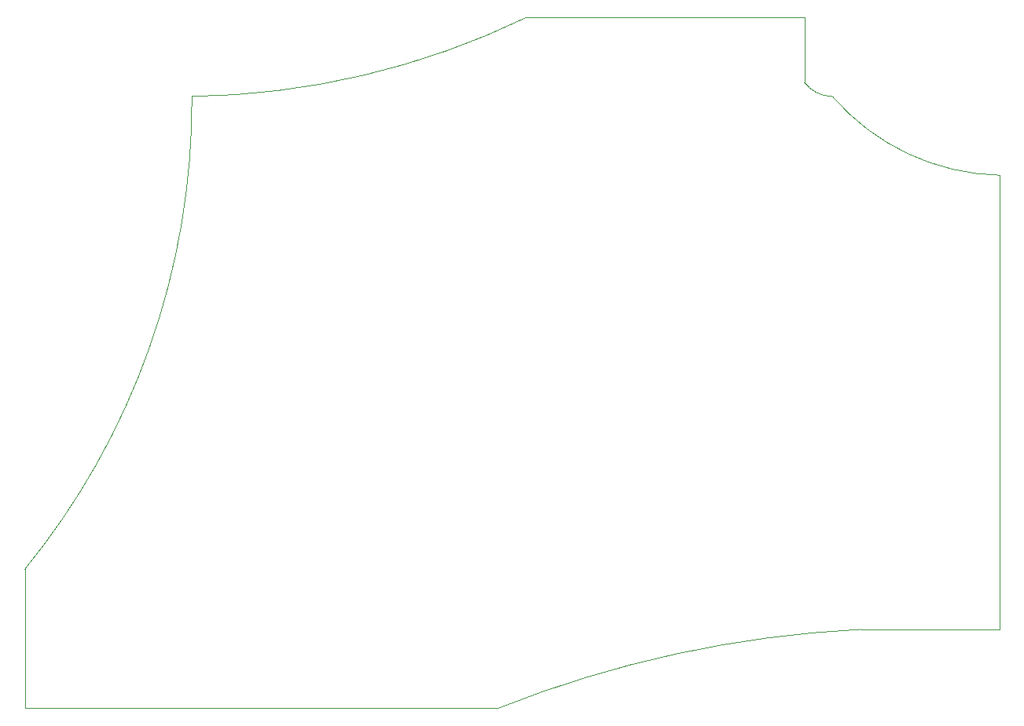
<source format=gbr>
%TF.GenerationSoftware,KiCad,Pcbnew,(6.0.4)*%
%TF.CreationDate,2022-11-15T19:41:09+00:00*%
%TF.ProjectId,pcb_v2,7063625f-7632-42e6-9b69-6361645f7063,rev?*%
%TF.SameCoordinates,Original*%
%TF.FileFunction,Profile,NP*%
%FSLAX46Y46*%
G04 Gerber Fmt 4.6, Leading zero omitted, Abs format (unit mm)*
G04 Created by KiCad (PCBNEW (6.0.4)) date 2022-11-15 19:41:09*
%MOMM*%
%LPD*%
G01*
G04 APERTURE LIST*
%TA.AperFunction,Profile*%
%ADD10C,0.100000*%
%TD*%
G04 APERTURE END LIST*
D10*
X117500032Y-69499976D02*
G75*
G03*
X120500000Y-71000000I2999468J2248876D01*
G01*
X33500000Y-137000000D02*
X84500000Y-137000000D01*
X33500000Y-122000000D02*
X33500000Y-137000000D01*
X51500000Y-70999997D02*
G75*
G03*
X87500000Y-62500000I-1136800J85299997D01*
G01*
X120500017Y-70999985D02*
G75*
G03*
X138500000Y-79500000I18565583J16006485D01*
G01*
X123500000Y-128500000D02*
X138500000Y-128500000D01*
X123500000Y-128500005D02*
G75*
G03*
X84500000Y-137000000I6102900J-121722195D01*
G01*
X87500000Y-62500000D02*
X117500000Y-62500000D01*
X138500000Y-79500000D02*
X138500000Y-128500000D01*
X33500000Y-122000000D02*
G75*
G03*
X51500000Y-71000000I-62075842J50585591D01*
G01*
X117500000Y-62500000D02*
X117500000Y-69500000D01*
M02*

</source>
